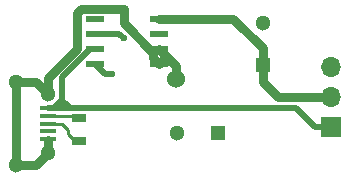
<source format=gbr>
G04 #@! TF.FileFunction,Copper,L1,Top,Signal*
%FSLAX46Y46*%
G04 Gerber Fmt 4.6, Leading zero omitted, Abs format (unit mm)*
G04 Created by KiCad (PCBNEW (2015-12-22 BZR 6403)-product) date Mon 09 Jan 2017 12:27:38 AM EST*
%MOMM*%
G01*
G04 APERTURE LIST*
%ADD10C,0.100000*%
%ADD11C,1.300000*%
%ADD12R,1.300000X1.300000*%
%ADD13R,1.550000X0.600000*%
%ADD14R,1.300000X0.700000*%
%ADD15R,1.350000X0.400000*%
%ADD16R,1.700000X1.700000*%
%ADD17O,1.700000X1.700000*%
%ADD18C,0.600000*%
%ADD19C,1.524000*%
%ADD20C,0.500000*%
%ADD21C,0.781000*%
%ADD22C,0.250000*%
G04 APERTURE END LIST*
D10*
D11*
X140500000Y-110000000D03*
D12*
X144000000Y-110000000D03*
D13*
X133550000Y-100345000D03*
X133550000Y-101615000D03*
X133550000Y-102885000D03*
X133550000Y-104155000D03*
X138950000Y-104155000D03*
X138950000Y-102885000D03*
X138950000Y-101615000D03*
X138950000Y-100345000D03*
D14*
X132200000Y-110700000D03*
X132200000Y-108800000D03*
D15*
X129562540Y-107949100D03*
X129562540Y-108599100D03*
X129562540Y-109249100D03*
X129562540Y-109899100D03*
X129562540Y-110549100D03*
D11*
X129562540Y-106749100D03*
X129562540Y-111749100D03*
X126862540Y-105749100D03*
X126862540Y-112749100D03*
X147750000Y-100750000D03*
D12*
X147750000Y-104250000D03*
D16*
X153500000Y-109540000D03*
D17*
X153500000Y-107000000D03*
X153500000Y-104460000D03*
D18*
X135000000Y-105000000D03*
X136000000Y-102000000D03*
D19*
X140442901Y-105442901D03*
D20*
X135000000Y-105000000D02*
X134395000Y-105000000D01*
X134395000Y-105000000D02*
X133550000Y-104155000D01*
X133550000Y-101615000D02*
X135615000Y-101615000D01*
X135615000Y-101615000D02*
X135700001Y-101700001D01*
X135700001Y-101700001D02*
X136000000Y-102000000D01*
D21*
X129562540Y-111749100D02*
X129562540Y-110642001D01*
X138500000Y-103217222D02*
X138500000Y-103705000D01*
X138500000Y-103705000D02*
X138950000Y-104155000D01*
X136002099Y-99502099D02*
X136002099Y-100719321D01*
X136002099Y-100719321D02*
X138500000Y-103217222D01*
X132000000Y-102905640D02*
X132000000Y-99842778D01*
X132000000Y-99842778D02*
X132340679Y-99502099D01*
X132340679Y-99502099D02*
X136002099Y-99502099D01*
X129562540Y-106749100D02*
X129562540Y-105343100D01*
X129562540Y-105343100D02*
X132000000Y-102905640D01*
X140000000Y-103935000D02*
X138950000Y-102885000D01*
X140442901Y-104377901D02*
X140000000Y-103935000D01*
X140000000Y-103935000D02*
X139170000Y-103935000D01*
X139170000Y-103935000D02*
X138950000Y-104155000D01*
X140442901Y-105442901D02*
X140442901Y-104377901D01*
X126862540Y-105749100D02*
X126862540Y-112749100D01*
X126862540Y-112749100D02*
X128562540Y-112749100D01*
X128562540Y-112749100D02*
X129562540Y-111749100D01*
X126862540Y-105749100D02*
X128562540Y-105749100D01*
X128562540Y-105749100D02*
X129562540Y-106749100D01*
X149069000Y-107000000D02*
X153500000Y-107000000D01*
X138950000Y-100345000D02*
X145276000Y-100345000D01*
X145276000Y-100345000D02*
X147750000Y-102819000D01*
X147750000Y-102819000D02*
X147750000Y-104250000D01*
X147750000Y-105681000D02*
X147750000Y-104250000D01*
X149069000Y-107000000D02*
X147750000Y-105681000D01*
D20*
X130500000Y-107486640D02*
X130737540Y-107249100D01*
X130037540Y-107949100D02*
X130500000Y-107486640D01*
X150559100Y-107949100D02*
X131500000Y-107949100D01*
X131500000Y-107949100D02*
X130500000Y-107949100D01*
X130500000Y-107486640D02*
X131037540Y-107486640D01*
X131037540Y-107486640D02*
X131500000Y-107949100D01*
X130737540Y-107949100D02*
X130500000Y-107949100D01*
X130500000Y-107949100D02*
X129562540Y-107949100D01*
X153500000Y-109540000D02*
X152150000Y-109540000D01*
X152150000Y-109540000D02*
X150559100Y-107949100D01*
X130737540Y-105289445D02*
X133141985Y-102885000D01*
X130737540Y-107249100D02*
X130737540Y-105289445D01*
X129562540Y-107949100D02*
X130037540Y-107949100D01*
X133141985Y-102885000D02*
X133550000Y-102885000D01*
D22*
X129562540Y-108599100D02*
X131999100Y-108599100D01*
X131999100Y-108599100D02*
X132200000Y-108800000D01*
X129562540Y-109249100D02*
X130749100Y-109249100D01*
X130749100Y-109249100D02*
X131300000Y-109800000D01*
X131300000Y-109800000D02*
X131300000Y-110100000D01*
X131300000Y-110100000D02*
X131900000Y-110700000D01*
X131900000Y-110700000D02*
X132200000Y-110700000D01*
M02*

</source>
